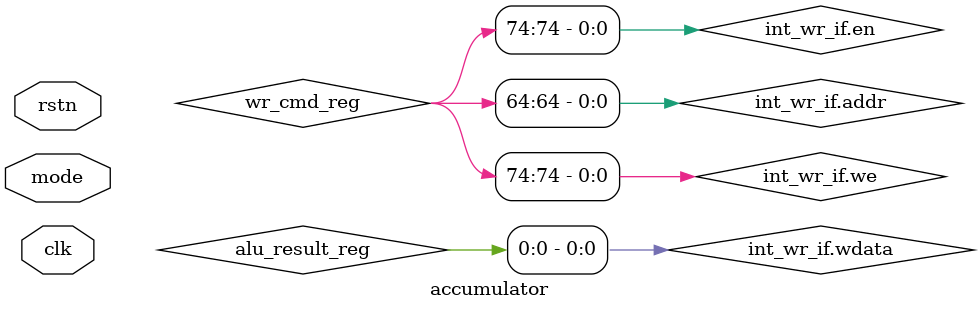
<source format=sv>
module accumulator #(
    parameter ADDR_WIDTH = 9,
    parameter DATA_WIDTH = 64
)(
    input  logic clk,
    input  logic rstn,
    ram_if.write_slave wr_port,
    ram_if.read_slave  rd_port,
    input  logic mode
);

    // 内部接口实例化 & RAM 实例化 (保持不变)
    ram_if #(ADDR_WIDTH, DATA_WIDTH) int_wr_if (clk);
    ram_if #(ADDR_WIDTH, DATA_WIDTH) int_rd_if (clk);
    
    `ifdef USE_IP
        dual_ram u_ram( 
            .addra(int_wr_if.addr), .clka(clk), .dina(int_wr_if.wdata), .ena(int_wr_if.en),
            .addrb(int_rd_if.addr), .clkb(clk), .doutb(int_rd_if.rdata), .enb(int_rd_if.en)
        );
    `else
        pseudo_dpram u_ram ( 
            .wr_port (int_wr_if.write_slave), 
            .rd_port (int_rd_if.read_slave) 
        );
    `endif

    // ============================================================
    // 流水线定义: 3级 [0:2]
    // ============================================================
    typedef struct packed {
        logic valid;
        logic mode;
        logic [ADDR_WIDTH-1:0] addr;
        logic [DATA_WIDTH-1:0] wdata;
    } pipe_ctrl_t;

    pipe_ctrl_t pipe [0:2]; 

    // History (2 级深度)
    typedef struct packed { 
        logic valid;
        logic [ADDR_WIDTH-1:0] addr;
        logic [DATA_WIDTH-1:0] data;
    } history_t;
    history_t history [0:1]; 

    // ALU 结果锁存 (Stage 2 Register)
    logic [DATA_WIDTH-1:0] alu_result_reg; 
    
    // Write Command Latch (Stage 2 Register)
    pipe_ctrl_t wr_cmd_reg;
    
    // Module 级组合逻辑信号
    logic [DATA_WIDTH-1:0] base_data;
    logic [DATA_WIDTH-1:0] final_wdata; 

    // ============================================================
    // 时序逻辑 (Sequential)
    // ============================================================
    always_ff @(posedge clk or negedge rstn) begin
        if (!rstn) begin
            for (int i = 0; i < 3; i++) pipe[i] <= '0; 
            alu_result_reg <= '0; 
            wr_cmd_reg <= '0;
            history[0] <= '0;
            history[1] <= '0;
        end else begin
            // 1. 流水线移位 (收缩回 3 级)
            pipe[0].valid <= wr_port.en && wr_port.we;
            pipe[0].mode  <= mode;
            pipe[0].addr  <= wr_port.addr;
            pipe[0].wdata <= wr_port.wdata;

            pipe[1] <= pipe[0];
            pipe[2] <= pipe[1]; 

            // 2. 写命令锁存 (Stage 2 Register)
            wr_cmd_reg <= pipe[2]; 

            // 3. 更新旁路历史 (在 pipe[2] 处写回)
            history[1] <= history[0]; // T-2 <= T-1 (History 移位)

            if (pipe[2].valid) begin // P2 是最终 ALU 级
                history[0].valid <= 1'b1;
                history[0].addr  <= pipe[2].addr;
                history[0].data  <= alu_result_reg; 
            end else begin
                history[0].valid <= 1'b0; // 清楚有效位
            end
            
            // 4. ALU 结果锁存 (Stage 2 寄存器)
            alu_result_reg <= final_wdata;
        end
    end

    // ============================================================
    // 组合逻辑 (Combinational)
    // ============================================================

    // --- STAGE 0: 读请求分发 ---
    always_comb begin
        // 默认透传外部读
        int_rd_if.en  = rd_port.en;
        int_rd_if.addr = rd_port.addr;
        rd_port.rdata = int_rd_if.rdata; 

        // 累加器内部读优先 (修正为组合发射)
        if (wr_port.en && wr_port.we && mode == 1'b1) begin 
            int_rd_if.en  = 1'b1;
            int_rd_if.addr = wr_port.addr; // 使用外部输入的地址 (T0 地址)
        end
        // 外部读透传逻辑
        else if (pipe[0].valid && pipe[0].mode == 1'b1) begin
            int_rd_if.en  = 1'b1;
            int_rd_if.addr = pipe[0].addr;
        end
    end

    // --- STAGE 2: ALU & 写回 & 旁路 ---
    always_comb begin
        // 1. 旁路选择逻辑 (Forwarding Mux)
        if (pipe[2].mode == 1'b1) begin
            
            // 检查历史记录 (只检查 T-1, T-2)
            if (history[0].valid && (history[0].addr == pipe[2].addr)) begin
                base_data = history[0].data; // 命中 T-1 结果
            end else if (history[1].valid && (history[1].addr == pipe[2].addr)) begin
                base_data = history[1].data; // 命中 T-2 结果
            end else begin // 【关键语法修正点】: 去掉前面的 '}'
                // 无冲突：使用 RAM 的输出线 (Lat=2 数据)
                base_data = int_rd_if.rdata; 
            end
        end else begin
            base_data = '0;
        end

        // 2. ALU 计算
        if (pipe[2].mode == 1'b0)
            final_wdata = pipe[2].wdata;
        else
            final_wdata = base_data + pipe[2].wdata; // 累加

        // 3. 驱动写端口 (Port A)
        int_wr_if.en = wr_cmd_reg.valid;
        int_wr_if.we = wr_cmd_reg.valid;
        int_wr_if.addr = wr_cmd_reg.addr;
        int_wr_if.wdata = alu_result_reg; // 写入 T3 锁存后的结果
    end
endmodule
</source>
